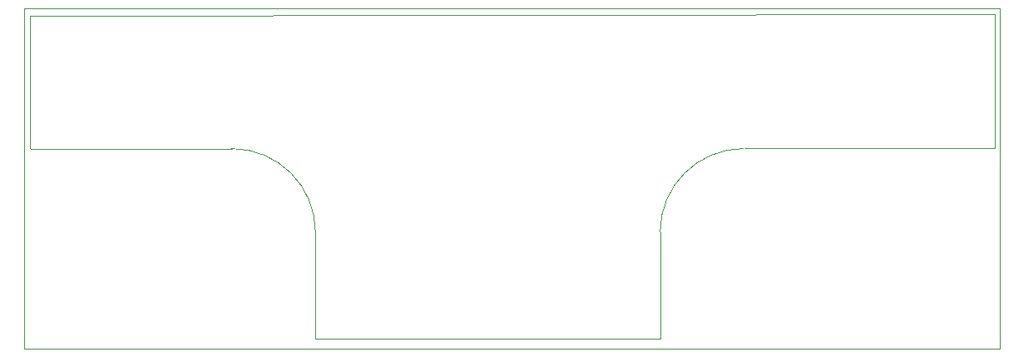
<source format=gbr>
%FSLAX34Y34*%
%MOMM*%
%LNOUTLINE*%
G71*
G01*
%ADD10C, 0.002*%
%ADD11C, 0.100*%
%LPD*%
G54D10*
X792Y-396D02*
X990792Y-396D01*
X990792Y-346396D01*
X792Y-346396D01*
X792Y-396D01*
G54D11*
X985836Y-142874D02*
X731836Y-142874D01*
G54D11*
G75*
G01X731240Y-143004D02*
G03X646240Y-228004I0J-85000D01*
G01*
G54D11*
X646309Y-228004D02*
X646309Y-336748D01*
G54D11*
G75*
G01X296334Y-228004D02*
G03X211334Y-143004I-85000J0D01*
G01*
G54D11*
X296135Y-228004D02*
X296135Y-336748D01*
G54D11*
X6944Y-143073D02*
X211265Y-143073D01*
X211334Y-143004D01*
G54D11*
X985836Y-142874D02*
X985836Y-6350D01*
X6348Y-7937D01*
X6348Y-142874D01*
G54D11*
X296135Y-336748D02*
X646309Y-336748D01*
M02*

</source>
